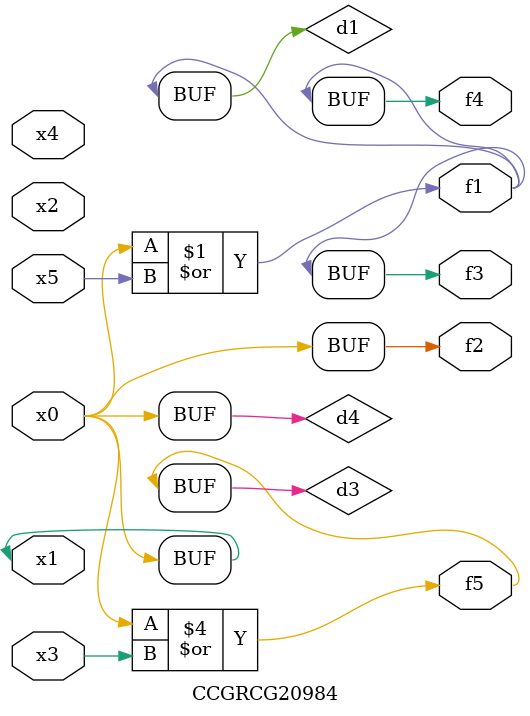
<source format=v>
module CCGRCG20984(
	input x0, x1, x2, x3, x4, x5,
	output f1, f2, f3, f4, f5
);

	wire d1, d2, d3, d4;

	or (d1, x0, x5);
	xnor (d2, x1, x4);
	or (d3, x0, x3);
	buf (d4, x0, x1);
	assign f1 = d1;
	assign f2 = d4;
	assign f3 = d1;
	assign f4 = d1;
	assign f5 = d3;
endmodule

</source>
